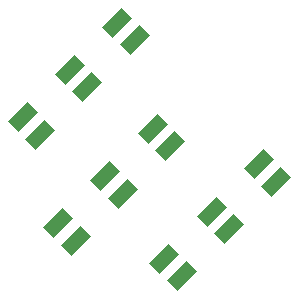
<source format=gtp>
%FSLAX33Y33*%
%MOMM*%
%AMRect-W2350000-H1200000-RO1.750*
21,1,2.35,1.2,0.,0.,45*%
%ADD10Rect-W2350000-H1200000-RO1.750*%
D10*
%LNtop paste_traces*%
%LNtop paste component 0b2ec78b889fa681*%
G01*
X4742Y15258D03*
X3258Y16742D03*
%LNtop paste component aa2ad5c2276a115c*%
X15742Y14258D03*
X14258Y15742D03*
%LNtop paste component f00f0886dcd7b053*%
X12742Y23258D03*
X11258Y24742D03*
%LNtop paste component becf046d8cbe18d5*%
X24742Y11258D03*
X23258Y12742D03*
%LNtop paste component 1bfe57d5f175ffed*%
X8742Y19258D03*
X7258Y20742D03*
%LNtop paste component 0cf5d6c2c48c976c*%
X11742Y10258D03*
X10258Y11742D03*
%LNtop paste component c553d5c0c6166a56*%
X20742Y7258D03*
X19258Y8742D03*
%LNtop paste component bba6a3268ea616f7*%
X16742Y3258D03*
X15258Y4742D03*
%LNtop paste component 5909d0c3ddc7cfbd*%
X7747Y6262D03*
X6262Y7747D03*
M02*
</source>
